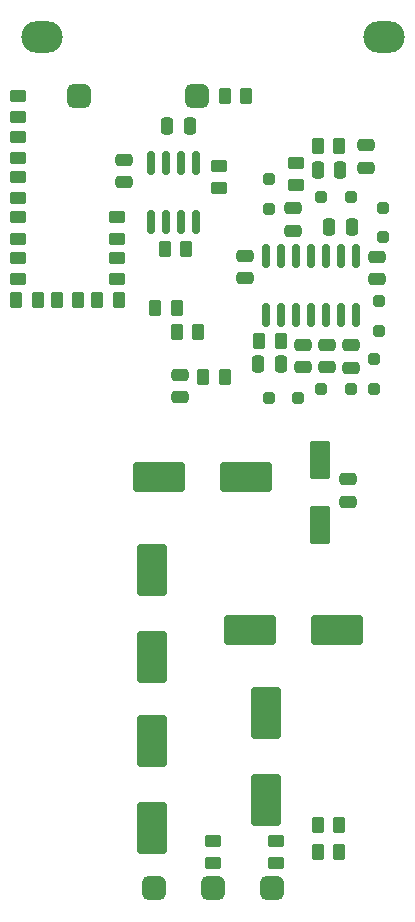
<source format=gbr>
%TF.GenerationSoftware,KiCad,Pcbnew,(7.0.0)*%
%TF.CreationDate,2023-03-18T07:41:40+03:00*%
%TF.ProjectId,StudioMic,53747564-696f-44d6-9963-2e6b69636164,1*%
%TF.SameCoordinates,Original*%
%TF.FileFunction,Soldermask,Top*%
%TF.FilePolarity,Negative*%
%FSLAX46Y46*%
G04 Gerber Fmt 4.6, Leading zero omitted, Abs format (unit mm)*
G04 Created by KiCad (PCBNEW (7.0.0)) date 2023-03-18 07:41:40*
%MOMM*%
%LPD*%
G01*
G04 APERTURE LIST*
G04 Aperture macros list*
%AMRoundRect*
0 Rectangle with rounded corners*
0 $1 Rounding radius*
0 $2 $3 $4 $5 $6 $7 $8 $9 X,Y pos of 4 corners*
0 Add a 4 corners polygon primitive as box body*
4,1,4,$2,$3,$4,$5,$6,$7,$8,$9,$2,$3,0*
0 Add four circle primitives for the rounded corners*
1,1,$1+$1,$2,$3*
1,1,$1+$1,$4,$5*
1,1,$1+$1,$6,$7*
1,1,$1+$1,$8,$9*
0 Add four rect primitives between the rounded corners*
20,1,$1+$1,$2,$3,$4,$5,0*
20,1,$1+$1,$4,$5,$6,$7,0*
20,1,$1+$1,$6,$7,$8,$9,0*
20,1,$1+$1,$8,$9,$2,$3,0*%
G04 Aperture macros list end*
%ADD10RoundRect,0.250000X-0.475000X0.250000X-0.475000X-0.250000X0.475000X-0.250000X0.475000X0.250000X0*%
%ADD11RoundRect,0.250000X0.475000X-0.250000X0.475000X0.250000X-0.475000X0.250000X-0.475000X-0.250000X0*%
%ADD12RoundRect,0.150000X0.150000X-0.825000X0.150000X0.825000X-0.150000X0.825000X-0.150000X-0.825000X0*%
%ADD13RoundRect,0.250000X-0.600000X1.400000X-0.600000X-1.400000X0.600000X-1.400000X0.600000X1.400000X0*%
%ADD14RoundRect,0.250000X0.450000X-0.262500X0.450000X0.262500X-0.450000X0.262500X-0.450000X-0.262500X0*%
%ADD15RoundRect,0.250000X0.262500X0.450000X-0.262500X0.450000X-0.262500X-0.450000X0.262500X-0.450000X0*%
%ADD16RoundRect,0.250000X-0.250000X0.250000X-0.250000X-0.250000X0.250000X-0.250000X0.250000X0.250000X0*%
%ADD17RoundRect,0.250000X1.950000X1.000000X-1.950000X1.000000X-1.950000X-1.000000X1.950000X-1.000000X0*%
%ADD18RoundRect,0.250000X-0.450000X0.262500X-0.450000X-0.262500X0.450000X-0.262500X0.450000X0.262500X0*%
%ADD19RoundRect,0.250000X-0.262500X-0.450000X0.262500X-0.450000X0.262500X0.450000X-0.262500X0.450000X0*%
%ADD20RoundRect,0.250000X-0.250000X-0.475000X0.250000X-0.475000X0.250000X0.475000X-0.250000X0.475000X0*%
%ADD21RoundRect,0.250000X0.250000X0.475000X-0.250000X0.475000X-0.250000X-0.475000X0.250000X-0.475000X0*%
%ADD22O,3.500000X2.700000*%
%ADD23RoundRect,0.250000X0.250000X0.250000X-0.250000X0.250000X-0.250000X-0.250000X0.250000X-0.250000X0*%
%ADD24RoundRect,0.250000X1.000000X-1.950000X1.000000X1.950000X-1.000000X1.950000X-1.000000X-1.950000X0*%
%ADD25RoundRect,0.500000X-0.500000X-0.500000X0.500000X-0.500000X0.500000X0.500000X-0.500000X0.500000X0*%
%ADD26RoundRect,0.250000X-1.950000X-1.000000X1.950000X-1.000000X1.950000X1.000000X-1.950000X1.000000X0*%
%ADD27RoundRect,0.250000X-0.250000X-0.250000X0.250000X-0.250000X0.250000X0.250000X-0.250000X0.250000X0*%
%ADD28RoundRect,0.250000X-1.000000X1.950000X-1.000000X-1.950000X1.000000X-1.950000X1.000000X1.950000X0*%
%ADD29RoundRect,0.150000X-0.150000X0.825000X-0.150000X-0.825000X0.150000X-0.825000X0.150000X0.825000X0*%
G04 APERTURE END LIST*
D10*
%TO.C,C12*%
X162282500Y-79353400D03*
X162282500Y-77453400D03*
%TD*%
%TO.C,C8*%
X145087000Y-63688000D03*
X145087000Y-61788000D03*
%TD*%
D11*
%TO.C,C16*%
X159385000Y-65871000D03*
X159385000Y-67771000D03*
%TD*%
D12*
%TO.C,U2*%
X157126300Y-69944200D03*
X158396300Y-69944200D03*
X159666300Y-69944200D03*
X160936300Y-69944200D03*
X162206300Y-69944200D03*
X163476300Y-69944200D03*
X164746300Y-69944200D03*
X164746300Y-74894200D03*
X163476300Y-74894200D03*
X162206300Y-74894200D03*
X160936300Y-74894200D03*
X159666300Y-74894200D03*
X158396300Y-74894200D03*
X157126300Y-74894200D03*
%TD*%
D13*
%TO.C,D1*%
X161671000Y-92666000D03*
X161671000Y-87166000D03*
%TD*%
D14*
%TO.C,R12*%
X153138500Y-62333500D03*
X153138500Y-64158500D03*
%TD*%
D15*
%TO.C,R5*%
X151821500Y-80156000D03*
X153646500Y-80156000D03*
%TD*%
%TO.C,R10*%
X161522400Y-60598000D03*
X163347400Y-60598000D03*
%TD*%
D16*
%TO.C,D8*%
X157353000Y-65896800D03*
X157353000Y-63396800D03*
%TD*%
D17*
%TO.C,C3*%
X155771500Y-101600000D03*
X163171500Y-101600000D03*
%TD*%
D18*
%TO.C,R2*%
X152630500Y-121285000D03*
X152630500Y-119460000D03*
%TD*%
D19*
%TO.C,R6*%
X151384000Y-76346000D03*
X149559000Y-76346000D03*
%TD*%
D20*
%TO.C,C15*%
X164399000Y-67456000D03*
X162499000Y-67456000D03*
%TD*%
D10*
%TO.C,C11*%
X160250500Y-79353400D03*
X160250500Y-77453400D03*
%TD*%
D21*
%TO.C,C17*%
X161510300Y-62630000D03*
X163410300Y-62630000D03*
%TD*%
D22*
%TO.C,H1*%
X138143614Y-51396883D03*
%TD*%
D23*
%TO.C,D3*%
X161819900Y-81146600D03*
X164319900Y-81146600D03*
%TD*%
D18*
%TO.C,R9*%
X159666300Y-63908300D03*
X159666300Y-62083300D03*
%TD*%
D19*
%TO.C,R3*%
X163322000Y-118110000D03*
X161497000Y-118110000D03*
%TD*%
%TO.C,R11*%
X150391500Y-69361000D03*
X148566500Y-69361000D03*
%TD*%
D18*
%TO.C,R101*%
X136144000Y-58189500D03*
X136144000Y-56364500D03*
%TD*%
%TO.C,R102*%
X136144000Y-61642000D03*
X136144000Y-59817000D03*
%TD*%
%TO.C,R105*%
X136144000Y-71905500D03*
X136144000Y-70080500D03*
%TD*%
D19*
%TO.C,R7*%
X149582500Y-74314000D03*
X147757500Y-74314000D03*
%TD*%
D11*
%TO.C,C10*%
X155348300Y-69919800D03*
X155348300Y-71819800D03*
%TD*%
D19*
%TO.C,R4*%
X163322000Y-120396000D03*
X161497000Y-120396000D03*
%TD*%
D24*
%TO.C,C1*%
X157099000Y-108568000D03*
X157099000Y-115968000D03*
%TD*%
D25*
%TO.C,J1*%
X157630500Y-123444000D03*
X152630500Y-123444000D03*
X147630500Y-123444000D03*
%TD*%
D10*
%TO.C,C13*%
X164289100Y-79363600D03*
X164289100Y-77463600D03*
%TD*%
D20*
%TO.C,C19*%
X150683000Y-58928000D03*
X148783000Y-58928000D03*
%TD*%
D26*
%TO.C,C7*%
X155465000Y-88646000D03*
X148065000Y-88646000D03*
%TD*%
D19*
%TO.C,R107*%
X141247500Y-73660000D03*
X139422500Y-73660000D03*
%TD*%
D18*
%TO.C,R1*%
X157964500Y-121285000D03*
X157964500Y-119460000D03*
%TD*%
D27*
%TO.C,D7*%
X164318000Y-64916000D03*
X161818000Y-64916000D03*
%TD*%
D21*
%TO.C,C9*%
X156481100Y-79048600D03*
X158381100Y-79048600D03*
%TD*%
D23*
%TO.C,D2*%
X157349500Y-81934000D03*
X159849500Y-81934000D03*
%TD*%
D15*
%TO.C,R13*%
X155471500Y-56388000D03*
X153646500Y-56388000D03*
%TD*%
%TO.C,R8*%
X156544000Y-77092800D03*
X158369000Y-77092800D03*
%TD*%
D18*
%TO.C,R103*%
X136144000Y-65047500D03*
X136144000Y-63222500D03*
%TD*%
D16*
%TO.C,D4*%
X166295700Y-81162200D03*
X166295700Y-78662200D03*
%TD*%
D25*
%TO.C,MK1*%
X151304000Y-56388000D03*
X141304000Y-56388000D03*
%TD*%
D11*
%TO.C,C18*%
X165608000Y-60537000D03*
X165608000Y-62437000D03*
%TD*%
D18*
%TO.C,R104*%
X136144000Y-68476500D03*
X136144000Y-66651500D03*
%TD*%
D19*
%TO.C,R108*%
X144676500Y-73660000D03*
X142851500Y-73660000D03*
%TD*%
D22*
%TO.C,H2*%
X167143614Y-51396883D03*
%TD*%
D16*
%TO.C,D6*%
X167005000Y-68325000D03*
X167005000Y-65825000D03*
%TD*%
D14*
%TO.C,R109*%
X144526000Y-70080500D03*
X144526000Y-71905500D03*
%TD*%
D11*
%TO.C,C4*%
X164084000Y-88839000D03*
X164084000Y-90739000D03*
%TD*%
D19*
%TO.C,R106*%
X137795000Y-73660000D03*
X135970000Y-73660000D03*
%TD*%
D10*
%TO.C,C14*%
X166549700Y-71896000D03*
X166549700Y-69996000D03*
%TD*%
D16*
%TO.C,D5*%
X166676700Y-76234600D03*
X166676700Y-73734600D03*
%TD*%
D11*
%TO.C,C6*%
X149813000Y-79968000D03*
X149813000Y-81868000D03*
%TD*%
D24*
%TO.C,C2*%
X147447000Y-110981000D03*
X147447000Y-118381000D03*
%TD*%
D28*
%TO.C,C5*%
X147447000Y-103903000D03*
X147447000Y-96503000D03*
%TD*%
D14*
%TO.C,R110*%
X144526000Y-66651500D03*
X144526000Y-68476500D03*
%TD*%
D29*
%TO.C,U1*%
X151233500Y-67010000D03*
X149963500Y-67010000D03*
X148693500Y-67010000D03*
X147423500Y-67010000D03*
X147423500Y-62060000D03*
X148693500Y-62060000D03*
X149963500Y-62060000D03*
X151233500Y-62060000D03*
%TD*%
M02*

</source>
